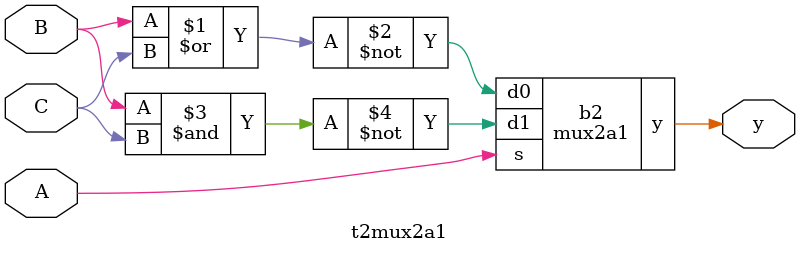
<source format=v>


module mux2a1(input wire  d0, d1,  //mux2:1 (entradas)
                    input wire s, //entrada (selector)
                  output wire y); //salida

assign y = s ? d1 : d0;

endmodule


//mux4:1 implementado con un 2:1
module mux4a1(input wire d0, d1, d2, d3,
                      input wire s0, s1,
                         output wire y);

wire l1,h1 ;

mux2a1  lowmux(d0, d1, s0, l1);
mux2a1  highmux(d2, d3, s0, h1);
mux2a1  outmux(l1, h1, s1, y);

endmodule


//mux8:1 implementado con 4:1

module mux8a1(input wire d0, d1, d2, d3, d4, d5, d6, d7,
                                   input wire s, s1, s2,
                                         output wire y);
wire sal1, sal2;

mux4a1  fun1(d0, d1, d2, d3, s, s1, sal1);
mux4a1  fun2(d4, d5, d6, d7, s, s1, sal2);
mux2a1  fun3(sal1, sal2, s2, y);

endmodule


//tabla 01 con multiplexores

//tabla 01 con mux8:1

module t1mux8a1(input wire A, B, C, output wire Y);

wire l, h;

assign l = 0;
assign h = 1;


mux8a1 fun1(l, h, h, l, h, l, l, h, C, B, A, Y);

endmodule

//tabla 01 con mux4:1

module t1mux4a1(input wire A, B, C, output wire y);

mux4a1 f1(C, ~C, ~C, C, B, A, y);

endmodule

//tabla 01 con mux2:1

module t1mux2a1(input wire A, B, C, output wire y);

mux2a1 c1(B^C, B~^C, A, y);

endmodule

// tabla 02 con multiplexores

//tabla 02 con mux8:1

module t2mux8a1(input wire A, B, C, output wire y);

wire l, h;

assign l = 0;
assign h = 1;

mux8a1 fun2(h, h, l, l, h, h, h, l, C, B, A, y);

endmodule

// tabla 02 con mux4:1

module t2mux4a1(input wire A, B, C, output wire y);

wire l;
assign l = 0;

mux4a1 f2(~C, l, C, ~C, B, A, y);

endmodule

//tabla 02 con mux 2:1

module t2mux2a1(input wire A, B, C, output wire y);

mux2a1 b2(B~|C, B~&C, A, y);

endmodule

</source>
